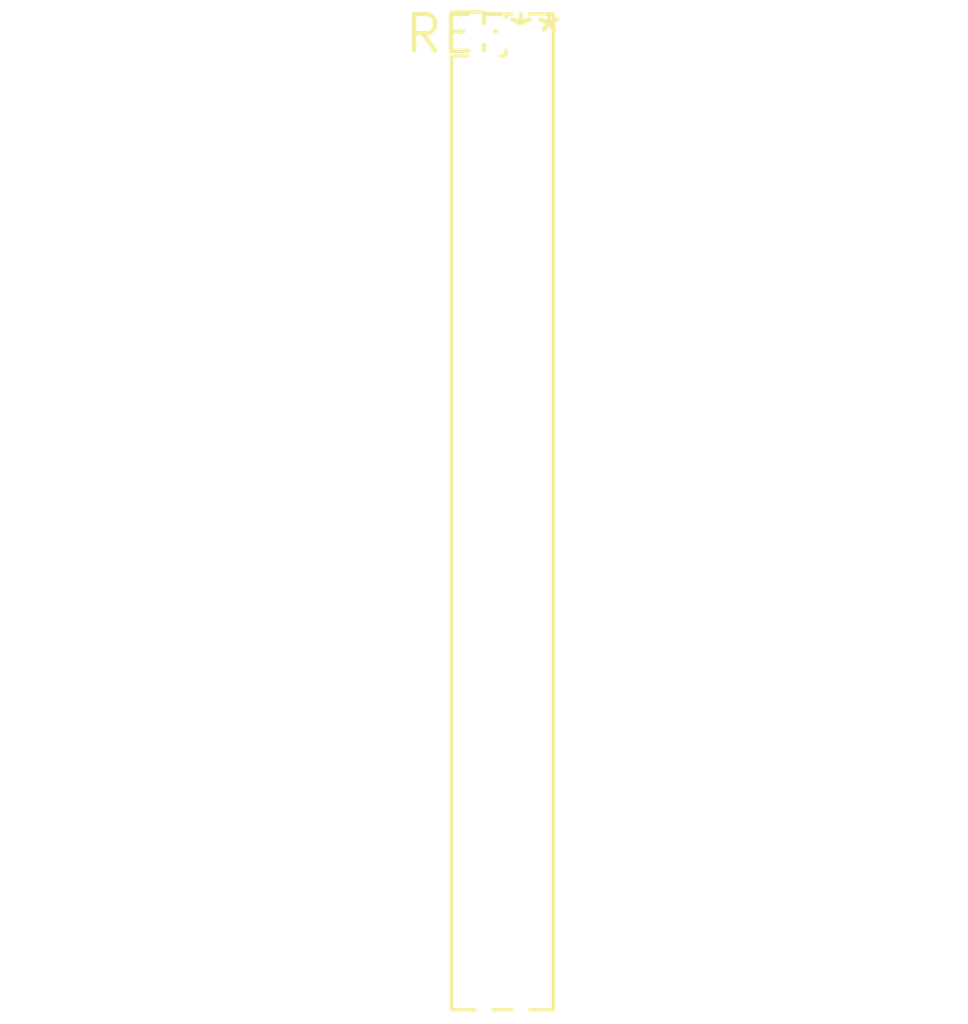
<source format=kicad_pcb>
(kicad_pcb (version 20240108) (generator pcbnew)
  (layers (0 "F.Cu" signal) (31 "B.Cu" signal) (34 "B.Paste" user) (35 "F.Paste" user) (36 "B.SilkS" user "B.Silkscreen") (37 "F.SilkS" user "F.Silkscreen") (38 "B.Mask" user) (39 "F.Mask" user) (44 "Edge.Cuts" user))
  (net 0 "")
  (footprint "PinHeader_2x27_P1.27mm_Vertical" (layer "F.Cu") (at 0 0)
    (property "Reference" "REF**")
    (property "Value" "PinHeader_2x27_P1.27mm_Vertical")
    (fp_line (start -1.13 -0.76) (end 0 -0.76) (layer "F.SilkS") (stroke (width 0.12)))
    (fp_line (start -1.13 0) (end -1.13 -0.76) (layer "F.SilkS") (stroke (width 0.12)))
    (fp_line (start -1.13 0.76) (end -1.13 33.715) (layer "F.SilkS") (stroke (width 0.12)))
    (fp_line (start -1.13 0.76) (end -0.563471 0.76) (layer "F.SilkS") (stroke (width 0.12)))
    (fp_line (start -1.13 33.715) (end -0.30753 33.715) (layer "F.SilkS") (stroke (width 0.12)))
    (fp_line (start 0.30753 33.715) (end 0.96247 33.715) (layer "F.SilkS") (stroke (width 0.12)))
    (fp_line (start 0.563471 0.76) (end 0.706529 0.76) (layer "F.SilkS") (stroke (width 0.12)))
    (fp_line (start 0.76 -0.695) (end 0.96247 -0.695) (layer "F.SilkS") (stroke (width 0.12)))
    (fp_line (start 0.76 -0.563471) (end 0.76 -0.695) (layer "F.SilkS") (stroke (width 0.12)))
    (fp_line (start 0.76 0.706529) (end 0.76 0.563471) (layer "F.SilkS") (stroke (width 0.12)))
    (fp_line (start 1.57753 -0.695) (end 2.4 -0.695) (layer "F.SilkS") (stroke (width 0.12)))
    (fp_line (start 1.57753 33.715) (end 2.4 33.715) (layer "F.SilkS") (stroke (width 0.12)))
    (fp_line (start 2.4 -0.695) (end 2.4 33.715) (layer "F.SilkS") (stroke (width 0.12)))
    (pad "1" thru_hole rect (at 0 0) (size 1 1) (drill 0.65) (layers *.Cu *.Mask) (remove_unused_layers))
    (pad "2" thru_hole oval (at 1.27 0) (size 1 1) (drill 0.65) (layers *.Cu *.Mask) (remove_unused_layers))
    (pad "3" thru_hole oval (at 0 1.27) (size 1 1) (drill 0.65) (layers *.Cu *.Mask) (remove_unused_layers))
    (pad "4" thru_hole oval (at 1.27 1.27) (size 1 1) (drill 0.65) (layers *.Cu *.Mask) (remove_unused_layers))
    (pad "5" thru_hole oval (at 0 2.54) (size 1 1) (drill 0.65) (layers *.Cu *.Mask) (remove_unused_layers))
    (pad "6" thru_hole oval (at 1.27 2.54) (size 1 1) (drill 0.65) (layers *.Cu *.Mask) (remove_unused_layers))
    (pad "7" thru_hole oval (at 0 3.81) (size 1 1) (drill 0.65) (layers *.Cu *.Mask) (remove_unused_layers))
    (pad "8" thru_hole oval (at 1.27 3.81) (size 1 1) (drill 0.65) (layers *.Cu *.Mask) (remove_unused_layers))
    (pad "9" thru_hole oval (at 0 5.08) (size 1 1) (drill 0.65) (layers *.Cu *.Mask) (remove_unused_layers))
    (pad "10" thru_hole oval (at 1.27 5.08) (size 1 1) (drill 0.65) (layers *.Cu *.Mask) (remove_unused_layers))
    (pad "11" thru_hole oval (at 0 6.35) (size 1 1) (drill 0.65) (layers *.Cu *.Mask) (remove_unused_layers))
    (pad "12" thru_hole oval (at 1.27 6.35) (size 1 1) (drill 0.65) (layers *.Cu *.Mask) (remove_unused_layers))
    (pad "13" thru_hole oval (at 0 7.62) (size 1 1) (drill 0.65) (layers *.Cu *.Mask) (remove_unused_layers))
    (pad "14" thru_hole oval (at 1.27 7.62) (size 1 1) (drill 0.65) (layers *.Cu *.Mask) (remove_unused_layers))
    (pad "15" thru_hole oval (at 0 8.89) (size 1 1) (drill 0.65) (layers *.Cu *.Mask) (remove_unused_layers))
    (pad "16" thru_hole oval (at 1.27 8.89) (size 1 1) (drill 0.65) (layers *.Cu *.Mask) (remove_unused_layers))
    (pad "17" thru_hole oval (at 0 10.16) (size 1 1) (drill 0.65) (layers *.Cu *.Mask) (remove_unused_layers))
    (pad "18" thru_hole oval (at 1.27 10.16) (size 1 1) (drill 0.65) (layers *.Cu *.Mask) (remove_unused_layers))
    (pad "19" thru_hole oval (at 0 11.43) (size 1 1) (drill 0.65) (layers *.Cu *.Mask) (remove_unused_layers))
    (pad "20" thru_hole oval (at 1.27 11.43) (size 1 1) (drill 0.65) (layers *.Cu *.Mask) (remove_unused_layers))
    (pad "21" thru_hole oval (at 0 12.7) (size 1 1) (drill 0.65) (layers *.Cu *.Mask) (remove_unused_layers))
    (pad "22" thru_hole oval (at 1.27 12.7) (size 1 1) (drill 0.65) (layers *.Cu *.Mask) (remove_unused_layers))
    (pad "23" thru_hole oval (at 0 13.97) (size 1 1) (drill 0.65) (layers *.Cu *.Mask) (remove_unused_layers))
    (pad "24" thru_hole oval (at 1.27 13.97) (size 1 1) (drill 0.65) (layers *.Cu *.Mask) (remove_unused_layers))
    (pad "25" thru_hole oval (at 0 15.24) (size 1 1) (drill 0.65) (layers *.Cu *.Mask) (remove_unused_layers))
    (pad "26" thru_hole oval (at 1.27 15.24) (size 1 1) (drill 0.65) (layers *.Cu *.Mask) (remove_unused_layers))
    (pad "27" thru_hole oval (at 0 16.51) (size 1 1) (drill 0.65) (layers *.Cu *.Mask) (remove_unused_layers))
    (pad "28" thru_hole oval (at 1.27 16.51) (size 1 1) (drill 0.65) (layers *.Cu *.Mask) (remove_unused_layers))
    (pad "29" thru_hole oval (at 0 17.78) (size 1 1) (drill 0.65) (layers *.Cu *.Mask) (remove_unused_layers))
    (pad "30" thru_hole oval (at 1.27 17.78) (size 1 1) (drill 0.65) (layers *.Cu *.Mask) (remove_unused_layers))
    (pad "31" thru_hole oval (at 0 19.05) (size 1 1) (drill 0.65) (layers *.Cu *.Mask) (remove_unused_layers))
    (pad "32" thru_hole oval (at 1.27 19.05) (size 1 1) (drill 0.65) (layers *.Cu *.Mask) (remove_unused_layers))
    (pad "33" thru_hole oval (at 0 20.32) (size 1 1) (drill 0.65) (layers *.Cu *.Mask) (remove_unused_layers))
    (pad "34" thru_hole oval (at 1.27 20.32) (size 1 1) (drill 0.65) (layers *.Cu *.Mask) (remove_unused_layers))
    (pad "35" thru_hole oval (at 0 21.59) (size 1 1) (drill 0.65) (layers *.Cu *.Mask) (remove_unused_layers))
    (pad "36" thru_hole oval (at 1.27 21.59) (size 1 1) (drill 0.65) (layers *.Cu *.Mask) (remove_unused_layers))
    (pad "37" thru_hole oval (at 0 22.86) (size 1 1) (drill 0.65) (layers *.Cu *.Mask) (remove_unused_layers))
    (pad "38" thru_hole oval (at 1.27 22.86) (size 1 1) (drill 0.65) (layers *.Cu *.Mask) (remove_unused_layers))
    (pad "39" thru_hole oval (at 0 24.13) (size 1 1) (drill 0.65) (layers *.Cu *.Mask) (remove_unused_layers))
    (pad "40" thru_hole oval (at 1.27 24.13) (size 1 1) (drill 0.65) (layers *.Cu *.Mask) (remove_unused_layers))
    (pad "41" thru_hole oval (at 0 25.4) (size 1 1) (drill 0.65) (layers *.Cu *.Mask) (remove_unused_layers))
    (pad "42" thru_hole oval (at 1.27 25.4) (size 1 1) (drill 0.65) (layers *.Cu *.Mask) (remove_unused_layers))
    (pad "43" thru_hole oval (at 0 26.67) (size 1 1) (drill 0.65) (layers *.Cu *.Mask) (remove_unused_layers))
    (pad "44" thru_hole oval (at 1.27 26.67) (size 1 1) (drill 0.65) (layers *.Cu *.Mask) (remove_unused_layers))
    (pad "45" thru_hole oval (at 0 27.94) (size 1 1) (drill 0.65) (layers *.Cu *.Mask) (remove_unused_layers))
    (pad "46" thru_hole oval (at 1.27 27.94) (size 1 1) (drill 0.65) (layers *.Cu *.Mask) (remove_unused_layers))
    (pad "47" thru_hole oval (at 0 29.21) (size 1 1) (drill 0.65) (layers *.Cu *.Mask) (remove_unused_layers))
    (pad "48" thru_hole oval (at 1.27 29.21) (size 1 1) (drill 0.65) (layers *.Cu *.Mask) (remove_unused_layers))
    (pad "49" thru_hole oval (at 0 30.48) (size 1 1) (drill 0.65) (layers *.Cu *.Mask) (remove_unused_layers))
    (pad "50" thru_hole oval (at 1.27 30.48) (size 1 1) (drill 0.65) (layers *.Cu *.Mask) (remove_unused_layers))
    (pad "51" thru_hole oval (at 0 31.75) (size 1 1) (drill 0.65) (layers *.Cu *.Mask) (remove_unused_layers))
    (pad "52" thru_hole oval (at 1.27 31.75) (size 1 1) (drill 0.65) (layers *.Cu *.Mask) (remove_unused_layers))
    (pad "53" thru_hole oval (at 0 33.02) (size 1 1) (drill 0.65) (layers *.Cu *.Mask) (remove_unused_layers))
    (pad "54" thru_hole oval (at 1.27 33.02) (size 1 1) (drill 0.65) (layers *.Cu *.Mask) (remove_unused_layers))
  )
)
</source>
